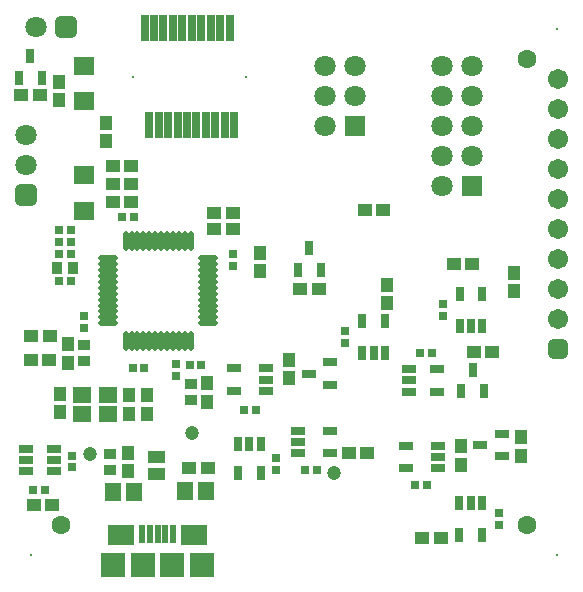
<source format=gts>
G04*
G04 #@! TF.GenerationSoftware,Altium Limited,Altium Designer,24.1.2 (44)*
G04*
G04 Layer_Color=8388736*
%FSLAX44Y44*%
%MOMM*%
G71*
G04*
G04 #@! TF.SameCoordinates,635B94A0-59F8-49C6-AB40-AA6DFF865303*
G04*
G04*
G04 #@! TF.FilePolarity,Negative*
G04*
G01*
G75*
%ADD37R,0.7032X0.8032*%
%ADD38R,0.8032X0.7032*%
%ADD39R,1.1032X1.1532*%
%ADD40R,1.3032X0.8032*%
%ADD41R,1.1532X1.1032*%
%ADD42C,1.6000*%
%ADD43R,0.8032X1.3032*%
%ADD44R,1.4532X1.6032*%
%ADD45R,2.0032X2.1032*%
%ADD46R,0.6032X1.5532*%
%ADD47R,2.3032X1.8032*%
%ADD48R,2.1032X2.1032*%
%ADD49R,0.8032X1.2532*%
%ADD50R,1.2532X0.8032*%
%ADD51R,1.0032X0.9532*%
%ADD52O,1.6532X0.5032*%
%ADD53O,0.5032X1.6532*%
%ADD54R,1.6032X1.4032*%
%ADD55R,0.5032X1.0532*%
%ADD56R,0.9532X1.0032*%
%ADD57R,0.7032X2.2032*%
%ADD58R,1.7032X1.6032*%
%ADD59C,1.8032*%
G04:AMPARAMS|DCode=60|XSize=1.8032mm|YSize=1.8032mm|CornerRadius=0.3416mm|HoleSize=0mm|Usage=FLASHONLY|Rotation=90.000|XOffset=0mm|YOffset=0mm|HoleType=Round|Shape=RoundedRectangle|*
%AMROUNDEDRECTD60*
21,1,1.8032,1.1200,0,0,90.0*
21,1,1.1200,1.8032,0,0,90.0*
1,1,0.6832,0.5600,0.5600*
1,1,0.6832,0.5600,-0.5600*
1,1,0.6832,-0.5600,-0.5600*
1,1,0.6832,-0.5600,0.5600*
%
%ADD60ROUNDEDRECTD60*%
G04:AMPARAMS|DCode=61|XSize=1.8032mm|YSize=1.8032mm|CornerRadius=0.3416mm|HoleSize=0mm|Usage=FLASHONLY|Rotation=180.000|XOffset=0mm|YOffset=0mm|HoleType=Round|Shape=RoundedRectangle|*
%AMROUNDEDRECTD61*
21,1,1.8032,1.1200,0,0,180.0*
21,1,1.1200,1.8032,0,0,180.0*
1,1,0.6832,-0.5600,0.5600*
1,1,0.6832,0.5600,0.5600*
1,1,0.6832,0.5600,-0.5600*
1,1,0.6832,-0.5600,-0.5600*
%
%ADD61ROUNDEDRECTD61*%
%ADD62C,1.2032*%
%ADD63C,0.3032*%
%ADD64R,1.8032X1.8032*%
%ADD65C,1.7032*%
G04:AMPARAMS|DCode=66|XSize=1.7032mm|YSize=1.7032mm|CornerRadius=0.4766mm|HoleSize=0mm|Usage=FLASHONLY|Rotation=90.000|XOffset=0mm|YOffset=0mm|HoleType=Round|Shape=RoundedRectangle|*
%AMROUNDEDRECTD66*
21,1,1.7032,0.7500,0,0,90.0*
21,1,0.7500,1.7032,0,0,90.0*
1,1,0.9532,0.3750,0.3750*
1,1,0.9532,0.3750,-0.3750*
1,1,0.9532,-0.3750,-0.3750*
1,1,0.9532,-0.3750,0.3750*
%
%ADD66ROUNDEDRECTD66*%
D37*
X290830Y204550D02*
D03*
Y214550D02*
D03*
X421180Y60240D02*
D03*
Y50240D02*
D03*
X373380Y227410D02*
D03*
Y237410D02*
D03*
X232730Y106600D02*
D03*
Y96600D02*
D03*
X147640Y186610D02*
D03*
Y176610D02*
D03*
X59280Y109060D02*
D03*
Y99060D02*
D03*
X70170Y217250D02*
D03*
Y227250D02*
D03*
X195900Y269320D02*
D03*
Y279320D02*
D03*
D38*
X354410Y195580D02*
D03*
X364410D02*
D03*
X359740Y83830D02*
D03*
X349740D02*
D03*
X120890Y182880D02*
D03*
X110890D02*
D03*
X36340Y79930D02*
D03*
X26340D02*
D03*
X215140Y147940D02*
D03*
X205140D02*
D03*
X256940Y96520D02*
D03*
X266940D02*
D03*
X159150Y185420D02*
D03*
X169150D02*
D03*
X48660Y299720D02*
D03*
X58660D02*
D03*
X48660Y289560D02*
D03*
X58660D02*
D03*
X48660Y256540D02*
D03*
X58660D02*
D03*
X48660Y279400D02*
D03*
X58660D02*
D03*
X102000Y311150D02*
D03*
X112000D02*
D03*
D39*
X389030Y116980D02*
D03*
Y101480D02*
D03*
X439830Y124600D02*
D03*
Y109100D02*
D03*
X434000Y263750D02*
D03*
Y248250D02*
D03*
X326000Y253750D02*
D03*
Y238250D02*
D03*
X88500Y375250D02*
D03*
Y390750D02*
D03*
X107000Y95690D02*
D03*
Y111190D02*
D03*
X56200Y187830D02*
D03*
Y203330D02*
D03*
X243480Y189980D02*
D03*
Y174480D02*
D03*
X48260Y425580D02*
D03*
Y410080D02*
D03*
X218760Y265300D02*
D03*
Y280800D02*
D03*
X174310Y154810D02*
D03*
Y170310D02*
D03*
X123510Y160150D02*
D03*
Y144650D02*
D03*
X49850Y145920D02*
D03*
Y161420D02*
D03*
X108270Y160150D02*
D03*
Y144650D02*
D03*
D40*
X423430Y108620D02*
D03*
Y127620D02*
D03*
X405430Y118120D02*
D03*
X277880Y168920D02*
D03*
Y187920D02*
D03*
X259880Y178420D02*
D03*
X368870Y182220D02*
D03*
Y163220D02*
D03*
X344870D02*
D03*
Y172720D02*
D03*
Y182220D02*
D03*
X44610Y95830D02*
D03*
Y105330D02*
D03*
Y114830D02*
D03*
X20610D02*
D03*
Y105330D02*
D03*
Y95830D02*
D03*
D41*
X356250Y39000D02*
D03*
X371750D02*
D03*
X399920Y196850D02*
D03*
X415420D02*
D03*
X309750Y111000D02*
D03*
X294250D02*
D03*
X322750Y317000D02*
D03*
X307250D02*
D03*
X16700Y414020D02*
D03*
X32200D02*
D03*
X268420Y250190D02*
D03*
X252920D02*
D03*
X24970Y189960D02*
D03*
X40470D02*
D03*
X25250Y210000D02*
D03*
X40750D02*
D03*
X398670Y271640D02*
D03*
X383170D02*
D03*
X42900Y67230D02*
D03*
X27400D02*
D03*
X180210Y300670D02*
D03*
X195710D02*
D03*
X94170Y339090D02*
D03*
X109670D02*
D03*
X180210Y314640D02*
D03*
X195710D02*
D03*
X109670Y354330D02*
D03*
X94170D02*
D03*
Y323850D02*
D03*
X109670D02*
D03*
X158940Y98360D02*
D03*
X174440D02*
D03*
D42*
X445000Y50000D02*
D03*
Y445000D02*
D03*
X50000Y50000D02*
D03*
D43*
X219370Y94680D02*
D03*
X200370D02*
D03*
Y118680D02*
D03*
X209870D02*
D03*
X219370D02*
D03*
X389280Y163610D02*
D03*
X408280D02*
D03*
X398780Y181610D02*
D03*
X14950Y429150D02*
D03*
X33950D02*
D03*
X24450Y447150D02*
D03*
X251170Y266590D02*
D03*
X270170D02*
D03*
X260670Y284590D02*
D03*
D44*
X94440Y78040D02*
D03*
X111940D02*
D03*
X155400Y79310D02*
D03*
X172900D02*
D03*
D45*
X170000Y16000D02*
D03*
X94000D02*
D03*
D46*
X145000Y42750D02*
D03*
X138500D02*
D03*
X132000D02*
D03*
X125500D02*
D03*
X119000D02*
D03*
D47*
X163000Y41500D02*
D03*
X101000D02*
D03*
D48*
X144000Y16000D02*
D03*
X120000D02*
D03*
D49*
X388010Y245910D02*
D03*
X407010D02*
D03*
Y218910D02*
D03*
X397510D02*
D03*
X388010D02*
D03*
X305460Y223050D02*
D03*
X324460D02*
D03*
Y196050D02*
D03*
X314960D02*
D03*
X305460D02*
D03*
X406550Y41740D02*
D03*
X387550D02*
D03*
Y68740D02*
D03*
X397050D02*
D03*
X406550D02*
D03*
D50*
X196960Y163840D02*
D03*
Y182840D02*
D03*
X223960D02*
D03*
Y173340D02*
D03*
Y163840D02*
D03*
X342510Y98460D02*
D03*
Y117460D02*
D03*
X369510D02*
D03*
Y107960D02*
D03*
Y98460D02*
D03*
X277980Y130150D02*
D03*
Y111150D02*
D03*
X250980D02*
D03*
Y120650D02*
D03*
Y130150D02*
D03*
D51*
X160340Y155810D02*
D03*
Y169310D02*
D03*
X70170Y188830D02*
D03*
Y202330D02*
D03*
X91760Y110190D02*
D03*
Y96690D02*
D03*
D52*
X90270Y221080D02*
D03*
Y226080D02*
D03*
Y231080D02*
D03*
Y236080D02*
D03*
Y241080D02*
D03*
Y246080D02*
D03*
Y251080D02*
D03*
Y256080D02*
D03*
Y261080D02*
D03*
Y266080D02*
D03*
Y271080D02*
D03*
Y276080D02*
D03*
X174770D02*
D03*
Y271080D02*
D03*
Y266080D02*
D03*
Y261080D02*
D03*
Y256080D02*
D03*
Y251080D02*
D03*
Y246080D02*
D03*
Y241080D02*
D03*
Y236080D02*
D03*
Y231080D02*
D03*
Y226080D02*
D03*
Y221080D02*
D03*
D53*
X105020Y290830D02*
D03*
X110020D02*
D03*
X115020D02*
D03*
X120020D02*
D03*
X125020D02*
D03*
X130020D02*
D03*
X135020D02*
D03*
X140020D02*
D03*
X145020D02*
D03*
X150020D02*
D03*
X155020D02*
D03*
X160020D02*
D03*
Y206330D02*
D03*
X155020D02*
D03*
X150020D02*
D03*
X145020D02*
D03*
X140020D02*
D03*
X135020D02*
D03*
X130020D02*
D03*
X125020D02*
D03*
X120020D02*
D03*
X115020D02*
D03*
X110020D02*
D03*
X105020D02*
D03*
D54*
X68060Y144400D02*
D03*
X90060D02*
D03*
Y160400D02*
D03*
X68060D02*
D03*
D55*
X126210Y93280D02*
D03*
X131210D02*
D03*
X136210D02*
D03*
Y107780D02*
D03*
X131210D02*
D03*
X126210D02*
D03*
D56*
X60410Y267970D02*
D03*
X46910D02*
D03*
D57*
X165000Y389000D02*
D03*
X157000D02*
D03*
X149000D02*
D03*
X141000D02*
D03*
X133000D02*
D03*
X125000D02*
D03*
X145000Y471000D02*
D03*
X153000D02*
D03*
X161000D02*
D03*
X169000D02*
D03*
X177000D02*
D03*
X185000D02*
D03*
X193000D02*
D03*
X173000Y389000D02*
D03*
X181000D02*
D03*
X189000D02*
D03*
X197000D02*
D03*
X121000Y471000D02*
D03*
X129000D02*
D03*
X137000D02*
D03*
D58*
X69500Y409000D02*
D03*
Y439000D02*
D03*
Y346500D02*
D03*
Y316500D02*
D03*
D59*
X21000Y380400D02*
D03*
Y355000D02*
D03*
X28800Y472000D02*
D03*
X373000Y337400D02*
D03*
X398400Y362800D02*
D03*
X373000D02*
D03*
X398400Y388200D02*
D03*
X373000D02*
D03*
X398400Y413600D02*
D03*
Y439000D02*
D03*
X373000Y413600D02*
D03*
Y439000D02*
D03*
X273600D02*
D03*
X299000D02*
D03*
X273600Y413600D02*
D03*
X299000D02*
D03*
X273600Y388200D02*
D03*
D60*
X21000Y329600D02*
D03*
D61*
X54200Y472000D02*
D03*
D62*
X281500Y94000D02*
D03*
X161500Y128000D02*
D03*
X75000Y110000D02*
D03*
D63*
X25000Y25000D02*
D03*
X470000Y470000D02*
D03*
Y25000D02*
D03*
X111000Y430000D02*
D03*
X207000D02*
D03*
D64*
X398400Y337400D02*
D03*
X299000Y388200D02*
D03*
D65*
X471000Y428000D02*
D03*
Y402600D02*
D03*
Y377200D02*
D03*
Y351800D02*
D03*
Y326400D02*
D03*
Y301000D02*
D03*
Y275600D02*
D03*
Y224800D02*
D03*
Y250200D02*
D03*
D66*
Y199400D02*
D03*
M02*

</source>
